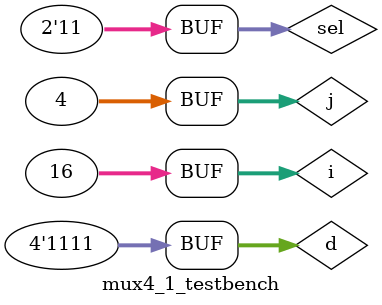
<source format=sv>


`timescale 1ps / 1ps

module mux4_1 (out, d, sel);
  output  logic       out;
  input   logic [3:0] d;
  input   logic [1:0] sel;

  logic [1:0] q;
  
  mux2_1 mux0 (q[0], d[1:0], sel[0]);
  mux2_1 mux1 (q[1], d[3:2], sel[0]); 
  mux2_1 mux2 (out, q, sel[1]);
endmodule

module mux4_1_testbench ();
  logic         out;
  logic [3:0]   d;
  logic [1:0]   sel;

  mux4_1 dut (.out, .d, .sel);

  integer i, j;
  initial begin
    for (i = 0; i < 16; i++) begin
      for (j = 0; j < 4; j++) begin
        d = i; sel = j; #10;
      end
    end
  end
endmodule

</source>
